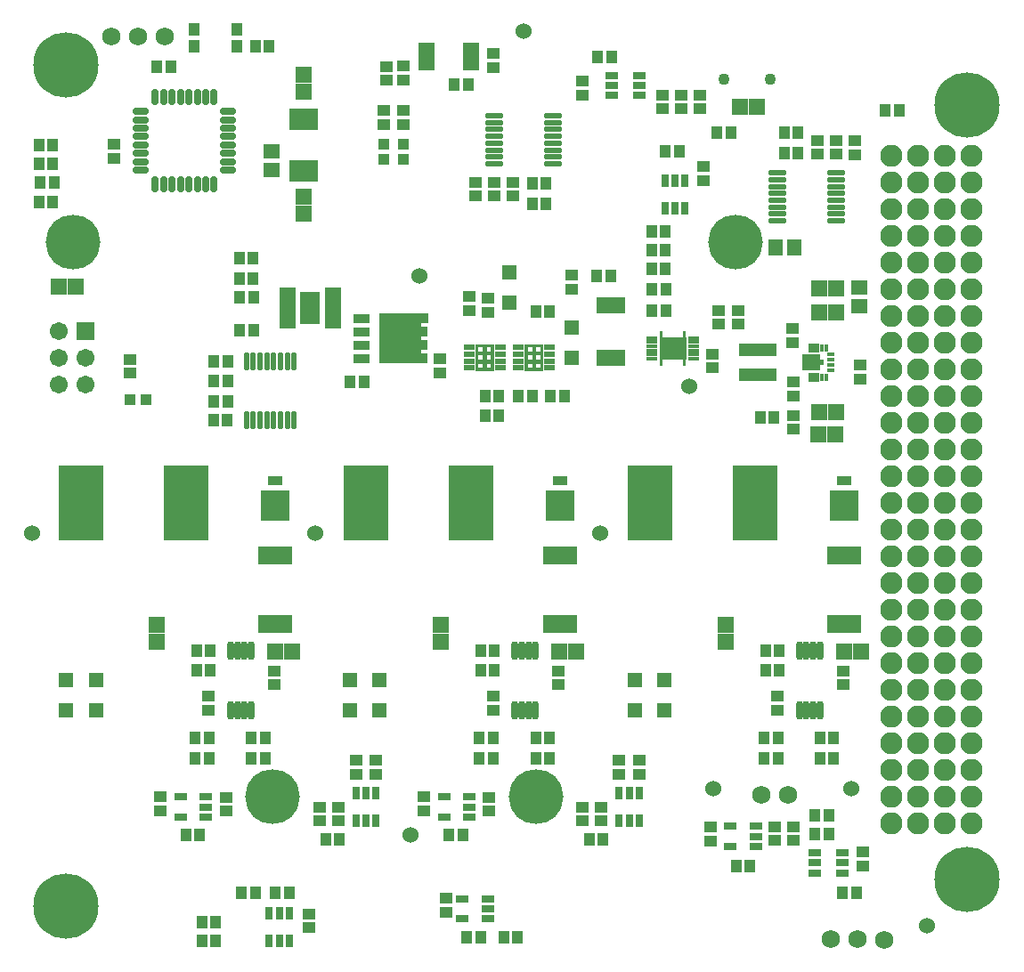
<source format=gbs>
G04*
G04 #@! TF.GenerationSoftware,Altium Limited,Altium Designer,19.0.15 (446)*
G04*
G04 Layer_Color=16711935*
%FSLAX25Y25*%
%MOIN*%
G70*
G01*
G75*
%ADD33R,0.04737X0.04343*%
%ADD34R,0.04540X0.04147*%
%ADD38C,0.06800*%
%ADD39C,0.06000*%
%ADD40C,0.04343*%
%ADD41C,0.06706*%
%ADD42R,0.06706X0.06706*%
%ADD43C,0.08300*%
%ADD44C,0.24422*%
%ADD45C,0.20485*%
%ADD103R,0.03162X0.04737*%
%ADD104R,0.04737X0.03162*%
%ADD105R,0.04147X0.04540*%
%ADD106R,0.04343X0.04737*%
%ADD107R,0.05918X0.06312*%
%ADD108R,0.03950X0.03950*%
%ADD109R,0.04343X0.04737*%
%ADD110R,0.06312X0.05918*%
%ADD111R,0.11036X0.08280*%
%ADD112O,0.06115X0.02965*%
%ADD113O,0.02965X0.06115*%
%ADD114R,0.06115X0.05328*%
%ADD115R,0.03950X0.03950*%
%ADD116R,0.05524X0.05524*%
%ADD117R,0.05524X0.05524*%
%ADD118R,0.06400X0.02600*%
%ADD119O,0.07099X0.02178*%
%ADD120R,0.04147X0.02178*%
%ADD121R,0.05328X0.06115*%
%ADD122R,0.01745X0.03162*%
%ADD123R,0.04147X0.03556*%
%ADD124R,0.06509X0.02178*%
%ADD125R,0.07887X0.02178*%
%ADD126R,0.03162X0.01745*%
%ADD127R,0.14186X0.04658*%
%ADD128R,0.04146X0.01587*%
%ADD129R,0.10642X0.06312*%
%ADD130R,0.06202X0.03595*%
%ADD131R,0.07700X0.12400*%
%ADD132R,0.06300X0.02500*%
%ADD133O,0.02178X0.07099*%
%ADD134O,0.02572X0.07099*%
%ADD135R,0.13005X0.07099*%
%ADD136R,0.16548X0.28359*%
%ADD137R,0.10800X0.11312*%
%ADD138R,0.05800X0.03792*%
%ADD139C,0.02800*%
G36*
X232122Y212876D02*
X232372D01*
Y211125D01*
Y209550D01*
Y208025D01*
Y204699D01*
X232122D01*
Y202291D01*
X231138D01*
Y204699D01*
X223460D01*
Y202291D01*
X222476D01*
Y204699D01*
X222226D01*
Y206450D01*
Y208025D01*
Y209550D01*
Y211125D01*
Y212876D01*
X222476D01*
Y215283D01*
X223460D01*
Y212876D01*
X231138D01*
Y215283D01*
X232122D01*
Y212876D01*
D02*
G37*
G36*
X237047Y212055D02*
X233149D01*
Y213393D01*
X237047D01*
Y212055D01*
D02*
G37*
G36*
X221449D02*
X217551D01*
Y213393D01*
X221449D01*
Y212055D01*
D02*
G37*
G36*
X237047Y210480D02*
X233149D01*
Y211819D01*
X237047D01*
Y210480D01*
D02*
G37*
G36*
X221449D02*
X217551D01*
Y211819D01*
X221449D01*
Y210480D01*
D02*
G37*
G36*
X237047Y208906D02*
X233149D01*
Y210244D01*
X237047D01*
Y208906D01*
D02*
G37*
G36*
X221449D02*
X217551D01*
Y210244D01*
X221449D01*
Y208906D01*
D02*
G37*
G36*
X183063Y208213D02*
X179165D01*
Y210142D01*
X183063D01*
Y208213D01*
D02*
G37*
G36*
X171449D02*
X167551D01*
Y210142D01*
X171449D01*
Y208213D01*
D02*
G37*
G36*
X164563D02*
X160665D01*
Y210142D01*
X164563D01*
Y208213D01*
D02*
G37*
G36*
X152949D02*
X149051D01*
Y210142D01*
X152949D01*
Y208213D01*
D02*
G37*
G36*
X237047Y207331D02*
X233149D01*
Y208669D01*
X237047D01*
Y207331D01*
D02*
G37*
G36*
X221449D02*
X217551D01*
Y208669D01*
X221449D01*
Y207331D01*
D02*
G37*
G36*
X237047Y205756D02*
X233149D01*
Y207094D01*
X237047D01*
Y205756D01*
D02*
G37*
G36*
X221449Y205756D02*
X217551D01*
Y207094D01*
X221449D01*
Y205756D01*
D02*
G37*
G36*
X183063Y205654D02*
X179165D01*
Y207583D01*
X183063D01*
Y205654D01*
D02*
G37*
G36*
X171449D02*
X167551D01*
Y207583D01*
X171449D01*
Y205654D01*
D02*
G37*
G36*
X164563D02*
X160665D01*
Y207583D01*
X164563D01*
Y205654D01*
D02*
G37*
G36*
X152949D02*
X149051D01*
Y207583D01*
X152949D01*
Y205654D01*
D02*
G37*
G36*
X237047Y204181D02*
X233149D01*
Y205520D01*
X237047D01*
Y204181D01*
D02*
G37*
G36*
X221449D02*
X217551D01*
Y205520D01*
X221449D01*
Y204181D01*
D02*
G37*
G36*
X135539Y218209D02*
X133177D01*
Y216791D01*
X135500D01*
Y213209D01*
X133177D01*
Y211791D01*
X135500D01*
Y208209D01*
X133177D01*
Y206791D01*
X135500D01*
Y203209D01*
X117232D01*
Y221791D01*
X135539D01*
Y218209D01*
D02*
G37*
G36*
X183063Y203095D02*
X179165D01*
Y205024D01*
X183063D01*
Y203095D01*
D02*
G37*
G36*
X171449D02*
X167551D01*
Y205024D01*
X171449D01*
Y203095D01*
D02*
G37*
G36*
X164563D02*
X160665D01*
Y205024D01*
X164563D01*
Y203095D01*
D02*
G37*
G36*
X152949D02*
X149051D01*
Y205024D01*
X152949D01*
Y203095D01*
D02*
G37*
G36*
X183063Y200535D02*
X179165D01*
Y202465D01*
X183063D01*
Y200535D01*
D02*
G37*
G36*
X171449D02*
X167551D01*
Y202465D01*
X171449D01*
Y200535D01*
D02*
G37*
G36*
X164563D02*
X160665D01*
Y202465D01*
X164563D01*
Y200535D01*
D02*
G37*
G36*
X152949D02*
X149051D01*
Y202465D01*
X152949D01*
Y200535D01*
D02*
G37*
G36*
X178805Y209226D02*
Y207651D01*
Y206126D01*
Y204551D01*
Y203026D01*
Y200364D01*
X171809D01*
Y201451D01*
Y203026D01*
Y204551D01*
Y206126D01*
Y207651D01*
Y209226D01*
Y210313D01*
X178805D01*
Y209226D01*
D02*
G37*
G36*
X160305D02*
Y207651D01*
Y206126D01*
Y204551D01*
Y203026D01*
Y200364D01*
X153309D01*
Y201451D01*
Y203026D01*
Y204551D01*
Y206126D01*
Y207651D01*
Y209226D01*
Y210313D01*
X160305D01*
Y209226D01*
D02*
G37*
%LPC*%
G36*
X231186Y211125D02*
X229612D01*
Y209550D01*
X231186D01*
Y211125D01*
D02*
G37*
G36*
X228086D02*
X226512D01*
Y209550D01*
X228086D01*
Y211125D01*
D02*
G37*
G36*
X224986D02*
X223412D01*
Y209550D01*
X224986D01*
Y211125D01*
D02*
G37*
G36*
X231186Y208025D02*
X229612D01*
Y206450D01*
X231186D01*
Y208025D01*
D02*
G37*
G36*
X228086D02*
X226512D01*
Y206450D01*
X228086D01*
Y208025D01*
D02*
G37*
G36*
X224986D02*
X223412D01*
Y206450D01*
X224986D01*
Y208025D01*
D02*
G37*
G36*
X177645Y209226D02*
X176070D01*
Y207651D01*
X177645D01*
Y209226D01*
D02*
G37*
G36*
X174545D02*
X172970D01*
Y207651D01*
X174545D01*
Y209226D01*
D02*
G37*
G36*
X177645Y206126D02*
X176070D01*
Y204551D01*
X177645D01*
Y206126D01*
D02*
G37*
G36*
X174545D02*
X172970D01*
Y204551D01*
X174545D01*
Y206126D01*
D02*
G37*
G36*
X177645Y203026D02*
X176070D01*
Y201451D01*
X177645D01*
Y203026D01*
D02*
G37*
G36*
X174545D02*
X172970D01*
Y201451D01*
X174545D01*
Y203026D01*
D02*
G37*
G36*
X159144Y209226D02*
X157570D01*
Y207651D01*
X159144D01*
Y209226D01*
D02*
G37*
G36*
X156044D02*
X154470D01*
Y207651D01*
X156044D01*
Y209226D01*
D02*
G37*
G36*
X159144Y206126D02*
X157570D01*
Y204551D01*
X159144D01*
Y206126D01*
D02*
G37*
G36*
X156044D02*
X154470D01*
Y204551D01*
X156044D01*
Y206126D01*
D02*
G37*
G36*
X159144Y203026D02*
X157570D01*
Y201451D01*
X159144D01*
Y203026D01*
D02*
G37*
G36*
X156044D02*
X154470D01*
Y201451D01*
X156044D01*
Y203026D01*
D02*
G37*
%LPD*%
D33*
X142500Y2839D02*
D03*
Y-2476D02*
D03*
X18000Y285102D02*
D03*
Y279787D02*
D03*
X108658Y49343D02*
D03*
Y54658D02*
D03*
X116138Y49343D02*
D03*
Y54658D02*
D03*
X35496Y40799D02*
D03*
Y35484D02*
D03*
X134000Y40799D02*
D03*
Y35484D02*
D03*
X207161Y49343D02*
D03*
Y54658D02*
D03*
X214642Y49343D02*
D03*
Y54658D02*
D03*
X241500Y29658D02*
D03*
Y24342D02*
D03*
X298500Y20315D02*
D03*
Y15000D02*
D03*
X160000Y319357D02*
D03*
Y314042D02*
D03*
X126500Y314457D02*
D03*
Y309142D02*
D03*
X153244Y271063D02*
D03*
Y265748D02*
D03*
X193441Y303559D02*
D03*
Y308874D02*
D03*
X297500Y202500D02*
D03*
Y197185D02*
D03*
X272250Y196158D02*
D03*
Y190842D02*
D03*
X272000Y210842D02*
D03*
Y216158D02*
D03*
X295500Y281343D02*
D03*
Y286658D02*
D03*
X238650Y271630D02*
D03*
Y276945D02*
D03*
X189500Y230842D02*
D03*
Y236157D02*
D03*
X151000Y222843D02*
D03*
Y228157D02*
D03*
X140098Y205000D02*
D03*
Y199685D02*
D03*
X266441Y78535D02*
D03*
Y73220D02*
D03*
X159941D02*
D03*
Y78535D02*
D03*
X53500Y73220D02*
D03*
Y78535D02*
D03*
D34*
X91000Y-8059D02*
D03*
Y-2941D02*
D03*
X119000Y292707D02*
D03*
Y297825D02*
D03*
X126500D02*
D03*
Y292707D02*
D03*
X24000Y204559D02*
D03*
Y199441D02*
D03*
X94996Y31941D02*
D03*
Y37059D02*
D03*
X101996Y31941D02*
D03*
Y37059D02*
D03*
X59996Y40701D02*
D03*
Y35583D02*
D03*
X200500Y31941D02*
D03*
Y37059D02*
D03*
X158500Y40701D02*
D03*
Y35583D02*
D03*
X193500Y31941D02*
D03*
Y37059D02*
D03*
X272500Y24441D02*
D03*
Y29559D02*
D03*
X265500Y29559D02*
D03*
Y24441D02*
D03*
X120000Y314189D02*
D03*
Y309071D02*
D03*
X167244Y265846D02*
D03*
Y270965D02*
D03*
X160221Y265787D02*
D03*
Y270905D02*
D03*
X230441Y303618D02*
D03*
Y298500D02*
D03*
X223500Y303618D02*
D03*
Y298500D02*
D03*
X237441Y303618D02*
D03*
Y298500D02*
D03*
X272250Y178441D02*
D03*
Y183559D02*
D03*
X288524Y286618D02*
D03*
Y281500D02*
D03*
X281500Y286559D02*
D03*
Y281441D02*
D03*
X251691Y222956D02*
D03*
Y217838D02*
D03*
X244500Y223059D02*
D03*
Y217941D02*
D03*
X242000Y206618D02*
D03*
Y201500D02*
D03*
X158000Y222311D02*
D03*
Y227429D02*
D03*
X290941Y82819D02*
D03*
Y87937D02*
D03*
X184441D02*
D03*
Y82819D02*
D03*
X78000Y87937D02*
D03*
Y82819D02*
D03*
D38*
X270500Y41500D02*
D03*
X260500D02*
D03*
X27000Y325598D02*
D03*
X17000D02*
D03*
X37000Y325402D02*
D03*
X296283Y-12500D02*
D03*
X286283D02*
D03*
X306283Y-12697D02*
D03*
D39*
X129000Y26500D02*
D03*
X233480Y194500D02*
D03*
X322500Y-7500D02*
D03*
X171500Y327500D02*
D03*
X294000Y44000D02*
D03*
X132405Y236000D02*
D03*
X200000Y139500D02*
D03*
X93500D02*
D03*
X242500Y44000D02*
D03*
X-12500Y139500D02*
D03*
D40*
X263661Y309616D02*
D03*
X246339D02*
D03*
D41*
X-2500Y195339D02*
D03*
X7500D02*
D03*
X-2500Y205339D02*
D03*
X7500D02*
D03*
X-2500Y215339D02*
D03*
D42*
X7500D02*
D03*
D43*
X339024Y40878D02*
D03*
X329024D02*
D03*
X339024Y30878D02*
D03*
X329024D02*
D03*
X339024Y60878D02*
D03*
X329024D02*
D03*
X339024Y50878D02*
D03*
X329024D02*
D03*
Y130878D02*
D03*
X339024D02*
D03*
Y160878D02*
D03*
X329024D02*
D03*
X339024Y170878D02*
D03*
X329024D02*
D03*
X339024Y180878D02*
D03*
X329024D02*
D03*
X339024Y230878D02*
D03*
X329024D02*
D03*
X339024Y240878D02*
D03*
X329024D02*
D03*
X339024Y250878D02*
D03*
X329024D02*
D03*
Y280878D02*
D03*
X339024D02*
D03*
X329024Y270878D02*
D03*
X339024D02*
D03*
X329024Y260878D02*
D03*
X339024D02*
D03*
X329024Y220878D02*
D03*
X339024D02*
D03*
X329024Y210878D02*
D03*
X339024D02*
D03*
X329024Y200878D02*
D03*
X339024D02*
D03*
X329024Y190878D02*
D03*
X339024D02*
D03*
X329024Y150878D02*
D03*
X339024D02*
D03*
Y140878D02*
D03*
X329024D02*
D03*
X339024Y120878D02*
D03*
X329024D02*
D03*
X339024Y110878D02*
D03*
X329024D02*
D03*
X339024Y100878D02*
D03*
X329024D02*
D03*
X339024Y90878D02*
D03*
X329024D02*
D03*
Y70878D02*
D03*
X339024D02*
D03*
X329024Y80878D02*
D03*
X339024D02*
D03*
X319024Y40878D02*
D03*
X309024D02*
D03*
X319024Y30878D02*
D03*
X309024D02*
D03*
X319024Y60878D02*
D03*
X309024D02*
D03*
X319024Y50878D02*
D03*
X309024D02*
D03*
Y130878D02*
D03*
X319024D02*
D03*
Y160878D02*
D03*
X309024D02*
D03*
X319024Y170878D02*
D03*
X309024D02*
D03*
X319024Y180878D02*
D03*
X309024D02*
D03*
X319024Y230878D02*
D03*
X309024D02*
D03*
X319024Y240878D02*
D03*
X309024D02*
D03*
X319024Y250878D02*
D03*
X309024D02*
D03*
Y280878D02*
D03*
X319024D02*
D03*
X309024Y270878D02*
D03*
X319024D02*
D03*
X309024Y260878D02*
D03*
X319024D02*
D03*
X309024Y220878D02*
D03*
X319024D02*
D03*
X309024Y210878D02*
D03*
X319024D02*
D03*
X309024Y200878D02*
D03*
X319024D02*
D03*
X309024Y190878D02*
D03*
X319024D02*
D03*
X309024Y150878D02*
D03*
X319024D02*
D03*
Y140878D02*
D03*
X309024D02*
D03*
X319024Y120878D02*
D03*
X309024D02*
D03*
X319024Y110878D02*
D03*
X309024D02*
D03*
X319024Y100878D02*
D03*
X309024D02*
D03*
X319024Y90878D02*
D03*
X309024D02*
D03*
Y70878D02*
D03*
X319024D02*
D03*
X309024Y80878D02*
D03*
X319024D02*
D03*
D44*
X-0Y315000D02*
D03*
X337500Y300000D02*
D03*
X0Y0D02*
D03*
X337500Y10000D02*
D03*
D45*
X250846Y248543D02*
D03*
X2579Y248543D02*
D03*
X175925Y40787D02*
D03*
X77421D02*
D03*
D103*
X214642Y42118D02*
D03*
X210902D02*
D03*
X207161D02*
D03*
X214642Y31882D02*
D03*
X210902D02*
D03*
X207161D02*
D03*
X83642Y-2882D02*
D03*
X79902D02*
D03*
X76161D02*
D03*
X83642Y-13118D02*
D03*
X79902D02*
D03*
X76161D02*
D03*
X116138Y42118D02*
D03*
X112398D02*
D03*
X108658D02*
D03*
X116138Y31882D02*
D03*
X112398D02*
D03*
X108658D02*
D03*
X231842Y271630D02*
D03*
X228102D02*
D03*
X224362D02*
D03*
X231842Y261394D02*
D03*
X228102D02*
D03*
X224362D02*
D03*
D104*
X290618Y12358D02*
D03*
Y16098D02*
D03*
Y19839D02*
D03*
X280382Y12358D02*
D03*
Y16098D02*
D03*
Y19839D02*
D03*
X204311Y311039D02*
D03*
Y307299D02*
D03*
Y303559D02*
D03*
X214547Y311039D02*
D03*
Y307299D02*
D03*
Y303559D02*
D03*
X157968Y2583D02*
D03*
Y-1158D02*
D03*
Y-4898D02*
D03*
X148520D02*
D03*
Y2583D02*
D03*
X52496Y40740D02*
D03*
Y37000D02*
D03*
Y33260D02*
D03*
X43047D02*
D03*
Y40740D02*
D03*
X151000D02*
D03*
Y37000D02*
D03*
Y33260D02*
D03*
X141551D02*
D03*
Y40740D02*
D03*
X258224Y29740D02*
D03*
Y26000D02*
D03*
Y22260D02*
D03*
X248776D02*
D03*
Y29740D02*
D03*
D105*
X156941Y183559D02*
D03*
X162059D02*
D03*
X-10059Y263500D02*
D03*
X-4941D02*
D03*
X163941Y-11599D02*
D03*
X169059D02*
D03*
X150185Y-11655D02*
D03*
X155303D02*
D03*
X56059Y-6000D02*
D03*
X50941D02*
D03*
X56059Y-13000D02*
D03*
X50941D02*
D03*
X-10059Y284870D02*
D03*
X-4941D02*
D03*
X-10059Y277894D02*
D03*
X-4941D02*
D03*
X76059Y322000D02*
D03*
X70941D02*
D03*
X102496Y25000D02*
D03*
X97378D02*
D03*
X44937Y26500D02*
D03*
X50055D02*
D03*
X143441D02*
D03*
X148559D02*
D03*
X201000Y25000D02*
D03*
X195882D02*
D03*
X280441Y34000D02*
D03*
X285559D02*
D03*
X250941Y15000D02*
D03*
X256059D02*
D03*
X280441Y27000D02*
D03*
X285559D02*
D03*
X179803Y262906D02*
D03*
X174685D02*
D03*
X174626Y270406D02*
D03*
X179744D02*
D03*
X265059Y183000D02*
D03*
X259941D02*
D03*
X268941Y289500D02*
D03*
X274059D02*
D03*
X274118Y282000D02*
D03*
X269000D02*
D03*
X224421Y238500D02*
D03*
X219303D02*
D03*
X224421Y245500D02*
D03*
X219303D02*
D03*
X224421Y252441D02*
D03*
X219303D02*
D03*
X219441Y230842D02*
D03*
X224559D02*
D03*
X162059Y190878D02*
D03*
X156941D02*
D03*
X175941Y222620D02*
D03*
X181059D02*
D03*
X224559Y223000D02*
D03*
X219441D02*
D03*
X169441Y190878D02*
D03*
X174559D02*
D03*
X70059Y235000D02*
D03*
X64941D02*
D03*
X70102Y242500D02*
D03*
X64984D02*
D03*
X60559Y196500D02*
D03*
X55441D02*
D03*
X55441Y189000D02*
D03*
X60559D02*
D03*
X55441Y204024D02*
D03*
X60559D02*
D03*
X60500Y181976D02*
D03*
X55382D02*
D03*
X282382Y62878D02*
D03*
X287500D02*
D03*
X267000Y88378D02*
D03*
X261882D02*
D03*
X261882Y95402D02*
D03*
X267000D02*
D03*
X287500Y55378D02*
D03*
X282382D02*
D03*
X175882D02*
D03*
X181000D02*
D03*
X160500Y95402D02*
D03*
X155382D02*
D03*
X155382Y88378D02*
D03*
X160500D02*
D03*
X181000Y62878D02*
D03*
X175882D02*
D03*
X48941Y88378D02*
D03*
X54059D02*
D03*
X54059Y95402D02*
D03*
X48941D02*
D03*
X74559Y62878D02*
D03*
X69441D02*
D03*
X69441Y55378D02*
D03*
X74559D02*
D03*
D106*
X71157Y5000D02*
D03*
X65842D02*
D03*
X83654D02*
D03*
X78339D02*
D03*
X-9657Y270823D02*
D03*
X-4343D02*
D03*
X306842Y297825D02*
D03*
X312158D02*
D03*
X243843Y289697D02*
D03*
X249158D02*
D03*
X33968Y314200D02*
D03*
X39283D02*
D03*
X290843Y5000D02*
D03*
X296158D02*
D03*
X145343Y307500D02*
D03*
X150657D02*
D03*
X204311Y317846D02*
D03*
X198996D02*
D03*
X224362Y282500D02*
D03*
X229677D02*
D03*
X204157Y236000D02*
D03*
X198843D02*
D03*
X181342Y190878D02*
D03*
X186658D02*
D03*
X70201Y227740D02*
D03*
X64886D02*
D03*
X111815Y196158D02*
D03*
X106500D02*
D03*
X64886Y215500D02*
D03*
X70201D02*
D03*
X261283Y55378D02*
D03*
X266598D02*
D03*
Y62878D02*
D03*
X261283D02*
D03*
X154783D02*
D03*
X160098D02*
D03*
Y55378D02*
D03*
X154783D02*
D03*
X48342Y62878D02*
D03*
X53658D02*
D03*
Y55378D02*
D03*
X48342D02*
D03*
D107*
X252291Y299085D02*
D03*
X258591D02*
D03*
X-2650Y232000D02*
D03*
X3650D02*
D03*
X288299Y185000D02*
D03*
X282000D02*
D03*
X288150Y176500D02*
D03*
X281850D02*
D03*
X288299Y231083D02*
D03*
X282000D02*
D03*
X288299Y222240D02*
D03*
X282000D02*
D03*
X291291Y95378D02*
D03*
X297590D02*
D03*
X191091D02*
D03*
X184791D02*
D03*
X84650D02*
D03*
X78350D02*
D03*
D108*
X119000Y279492D02*
D03*
Y285398D02*
D03*
X126500D02*
D03*
Y279492D02*
D03*
D109*
X64071Y321850D02*
D03*
X47929D02*
D03*
Y328150D02*
D03*
X64071D02*
D03*
D110*
X89000Y311150D02*
D03*
Y304850D02*
D03*
Y259350D02*
D03*
Y265650D02*
D03*
X246941Y98850D02*
D03*
Y105150D02*
D03*
X140441D02*
D03*
Y98850D02*
D03*
X34000Y105150D02*
D03*
Y98850D02*
D03*
D111*
X89000Y294646D02*
D03*
Y275354D02*
D03*
D112*
X60839Y297524D02*
D03*
Y294374D02*
D03*
Y291224D02*
D03*
Y288075D02*
D03*
Y284925D02*
D03*
Y281776D02*
D03*
Y278626D02*
D03*
Y275476D02*
D03*
X28161D02*
D03*
Y278626D02*
D03*
Y281776D02*
D03*
Y284925D02*
D03*
Y288075D02*
D03*
Y291224D02*
D03*
Y294374D02*
D03*
Y297524D02*
D03*
D113*
X55524Y270161D02*
D03*
X52374D02*
D03*
X49224D02*
D03*
X46075D02*
D03*
X42925D02*
D03*
X39776D02*
D03*
X36626D02*
D03*
X33476D02*
D03*
Y302839D02*
D03*
X36626D02*
D03*
X39776D02*
D03*
X42925D02*
D03*
X46075D02*
D03*
X49224D02*
D03*
X52374D02*
D03*
X55524D02*
D03*
D114*
X77000Y282445D02*
D03*
Y275555D02*
D03*
X297000Y224610D02*
D03*
Y231500D02*
D03*
D115*
X29953Y189500D02*
D03*
X24047D02*
D03*
D116*
X224047Y73354D02*
D03*
X117500Y73370D02*
D03*
X11500D02*
D03*
X213000D02*
D03*
X106246D02*
D03*
X0D02*
D03*
X166000Y225870D02*
D03*
X189500Y216508D02*
D03*
D117*
X224047Y84614D02*
D03*
X117500Y84630D02*
D03*
X11500D02*
D03*
X213000D02*
D03*
X106246D02*
D03*
X0D02*
D03*
X166000Y237130D02*
D03*
X189500Y205248D02*
D03*
D118*
X134956Y321800D02*
D03*
Y319300D02*
D03*
Y316700D02*
D03*
Y314200D02*
D03*
X151556D02*
D03*
Y316700D02*
D03*
Y319300D02*
D03*
Y321800D02*
D03*
D119*
X160221Y277949D02*
D03*
Y280508D02*
D03*
Y283067D02*
D03*
Y285626D02*
D03*
Y288185D02*
D03*
Y290744D02*
D03*
Y293303D02*
D03*
Y295862D02*
D03*
X182268Y277949D02*
D03*
Y280508D02*
D03*
Y283067D02*
D03*
Y285626D02*
D03*
Y288185D02*
D03*
Y290744D02*
D03*
Y293303D02*
D03*
Y295862D02*
D03*
X288524Y274457D02*
D03*
Y271898D02*
D03*
Y269339D02*
D03*
Y266779D02*
D03*
Y264220D02*
D03*
Y261661D02*
D03*
Y259102D02*
D03*
Y256543D02*
D03*
X266476Y274457D02*
D03*
Y271898D02*
D03*
Y269339D02*
D03*
Y266779D02*
D03*
Y264220D02*
D03*
Y261661D02*
D03*
Y259102D02*
D03*
Y256543D02*
D03*
D120*
X169500Y209177D02*
D03*
Y206618D02*
D03*
Y204059D02*
D03*
Y201500D02*
D03*
X181114D02*
D03*
Y204059D02*
D03*
Y206618D02*
D03*
Y209177D02*
D03*
X151000Y201500D02*
D03*
Y204059D02*
D03*
Y206618D02*
D03*
Y209177D02*
D03*
X162614D02*
D03*
Y206618D02*
D03*
Y204059D02*
D03*
Y201500D02*
D03*
D121*
X265799Y246500D02*
D03*
X272689D02*
D03*
D122*
X284846Y208980D02*
D03*
X282878D02*
D03*
Y197957D02*
D03*
X284846D02*
D03*
D123*
X279925Y208980D02*
D03*
D03*
Y197957D02*
D03*
D03*
D124*
X278941Y205437D02*
D03*
Y201500D02*
D03*
D125*
X279630Y203468D02*
D03*
D126*
X286520Y200516D02*
D03*
Y202484D02*
D03*
Y204453D02*
D03*
Y206421D02*
D03*
D127*
X259000Y208110D02*
D03*
Y198779D02*
D03*
D128*
X235098Y212724D02*
D03*
Y211150D02*
D03*
Y209575D02*
D03*
Y208000D02*
D03*
Y206425D02*
D03*
Y204850D02*
D03*
X219500D02*
D03*
Y206425D02*
D03*
Y208000D02*
D03*
Y209575D02*
D03*
Y211150D02*
D03*
Y212724D02*
D03*
D129*
X204000Y205100D02*
D03*
Y224785D02*
D03*
D130*
X110594Y220000D02*
D03*
Y215000D02*
D03*
Y210000D02*
D03*
Y205000D02*
D03*
X132405D02*
D03*
Y210000D02*
D03*
Y215000D02*
D03*
Y220000D02*
D03*
D131*
X91498Y223900D02*
D03*
D132*
X100098Y217500D02*
D03*
Y220060D02*
D03*
Y222620D02*
D03*
Y225180D02*
D03*
Y227740D02*
D03*
Y230300D02*
D03*
X82898D02*
D03*
Y227740D02*
D03*
Y225180D02*
D03*
Y222620D02*
D03*
Y220060D02*
D03*
Y217500D02*
D03*
D133*
X67543Y204024D02*
D03*
X70102D02*
D03*
X72661D02*
D03*
X75221D02*
D03*
X77780D02*
D03*
X80339D02*
D03*
X82898D02*
D03*
X85457D02*
D03*
X67543Y181976D02*
D03*
X70102D02*
D03*
X72661D02*
D03*
X75221D02*
D03*
X77780D02*
D03*
X80339D02*
D03*
X82898D02*
D03*
X85457D02*
D03*
D134*
X274602Y95402D02*
D03*
X277161D02*
D03*
X279720D02*
D03*
X282279D02*
D03*
X274602Y73354D02*
D03*
X277161D02*
D03*
X279720D02*
D03*
X282279D02*
D03*
X168102Y95402D02*
D03*
X170661D02*
D03*
X173221D02*
D03*
X175779D02*
D03*
X168102Y73354D02*
D03*
X170661D02*
D03*
X173221D02*
D03*
X175779D02*
D03*
X61661Y95402D02*
D03*
X64220D02*
D03*
X66780D02*
D03*
X69339D02*
D03*
X61661Y73354D02*
D03*
X64220D02*
D03*
X66780D02*
D03*
X69339D02*
D03*
D135*
X291441Y131091D02*
D03*
Y105500D02*
D03*
X184941D02*
D03*
Y131091D02*
D03*
X78500Y105500D02*
D03*
Y131091D02*
D03*
D136*
X258126Y151000D02*
D03*
X218756D02*
D03*
X112256D02*
D03*
X151626D02*
D03*
X5815D02*
D03*
X45185D02*
D03*
D137*
X291441Y149864D02*
D03*
X184941D02*
D03*
X78500D02*
D03*
D138*
X291441Y159136D02*
D03*
X184941D02*
D03*
X78500D02*
D03*
D139*
X230399Y207237D02*
D03*
Y210337D02*
D03*
X227299Y207237D02*
D03*
Y210337D02*
D03*
X224199Y207237D02*
D03*
Y210337D02*
D03*
M02*

</source>
